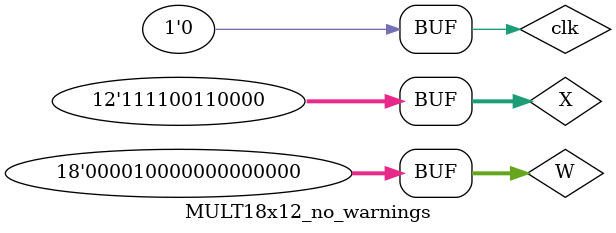
<source format=v>
module MULT18x12_no_warnings;

	// Inputs
	reg [11:0] X;
	reg [17:0] W;
	reg clk;

	// Outputs
	wire [11:0] WX;

	// Instantiate the Unit Under Test (UUT)
	MULT18x12 uut (
		.X(X), 
		.WX(WX), 
		.W(W),
		.clk(clk)
	);

	initial begin
		// Initialize Inputs
		X = 0;
		W = 0;
		clk = 0;

		// Wait 100 ns for global reset to finish
		#100;
        
		X = (1 <<8) * 5;
		W = (1 <<8) * 3;
		
		#100;
		X = (1 <<8) * 12;
		W = (1 <<8) * 12;
		
		#100;
		X = (1 <<8) * 5;
		W = (1 <<8) * 7;
		
		#100;
		X = (1 <<4) * (-13);
		W = (1 <<12) * 2;
		// Add stimulus here

	end
      
endmodule


</source>
